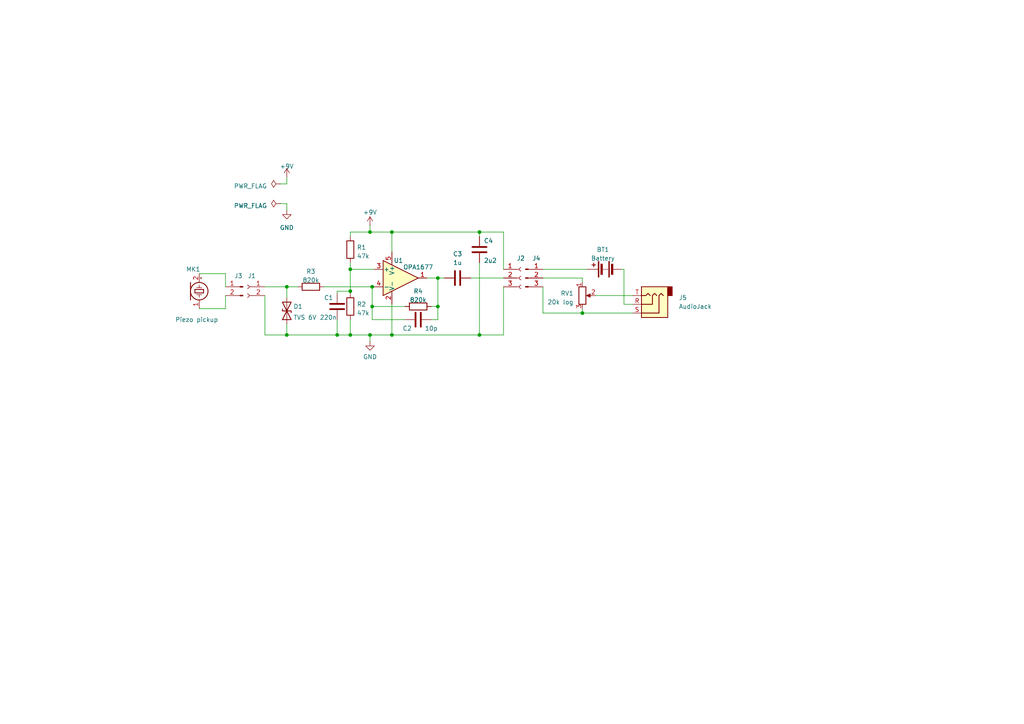
<source format=kicad_sch>
(kicad_sch (version 20230121) (generator eeschema)

  (uuid 8979b6e2-98c0-4e59-98fd-eb8fca94e0a5)

  (paper "A4")

  (title_block
    (title "Piezo-pickup impedance converter")
    (date "2023-11-08")
    (company "Thiadmer Riemersma")
  )

  (lib_symbols
    (symbol "Amplifier_Operational:OPA1677DBV" (pin_names (offset 0.127)) (in_bom yes) (on_board yes)
      (property "Reference" "U" (at 0 5.08 0)
        (effects (font (size 1.27 1.27)) (justify left))
      )
      (property "Value" "OPA1677" (at 0 -5.08 0)
        (effects (font (size 1.27 1.27)) (justify left))
      )
      (property "Footprint" "Package_TO_SOT_SMD:SOT-23-5" (at 0 0 0)
        (effects (font (size 1.27 1.27)) hide)
      )
      (property "Datasheet" "https://www.analog.com/media/en/technical-documentation/data-sheets/AD8603_8607_8609.pdf" (at 0 5.08 0)
        (effects (font (size 1.27 1.27)) hide)
      )
      (property "ki_keywords" "single opamp" (at 0 0 0)
        (effects (font (size 1.27 1.27)) hide)
      )
      (property "ki_description" "Precision Micropower, Low Noise CMOS, Rail-to-Rail Input/Output Operational Amplifier, TSOT-23-5" (at 0 0 0)
        (effects (font (size 1.27 1.27)) hide)
      )
      (property "ki_fp_filters" "SOT*23*" (at 0 0 0)
        (effects (font (size 1.27 1.27)) hide)
      )
      (symbol "OPA1677DBV_0_1"
        (polyline
          (pts
            (xy -5.08 5.08)
            (xy 5.08 0)
            (xy -5.08 -5.08)
            (xy -5.08 5.08)
          )
          (stroke (width 0.254) (type default))
          (fill (type background))
        )
        (pin power_in line (at -2.54 -7.62 90) (length 3.81)
          (name "V-" (effects (font (size 1.27 1.27))))
          (number "2" (effects (font (size 1.27 1.27))))
        )
        (pin power_in line (at -2.54 7.62 270) (length 3.81)
          (name "V+" (effects (font (size 1.27 1.27))))
          (number "5" (effects (font (size 1.27 1.27))))
        )
      )
      (symbol "OPA1677DBV_1_1"
        (pin output line (at 7.62 0 180) (length 2.54)
          (name "~" (effects (font (size 1.27 1.27))))
          (number "1" (effects (font (size 1.27 1.27))))
        )
        (pin input line (at -7.62 2.54 0) (length 2.54)
          (name "+" (effects (font (size 1.27 1.27))))
          (number "3" (effects (font (size 1.27 1.27))))
        )
        (pin input line (at -7.62 -2.54 0) (length 2.54)
          (name "-" (effects (font (size 1.27 1.27))))
          (number "4" (effects (font (size 1.27 1.27))))
        )
      )
    )
    (symbol "Connector:Conn_01x02_Pin" (pin_names (offset 1.016) hide) (in_bom yes) (on_board yes)
      (property "Reference" "J" (at 0 2.54 0)
        (effects (font (size 1.27 1.27)))
      )
      (property "Value" "Conn_01x02_Pin" (at 0 -5.08 0)
        (effects (font (size 1.27 1.27)))
      )
      (property "Footprint" "" (at 0 0 0)
        (effects (font (size 1.27 1.27)) hide)
      )
      (property "Datasheet" "~" (at 0 0 0)
        (effects (font (size 1.27 1.27)) hide)
      )
      (property "ki_locked" "" (at 0 0 0)
        (effects (font (size 1.27 1.27)))
      )
      (property "ki_keywords" "connector" (at 0 0 0)
        (effects (font (size 1.27 1.27)) hide)
      )
      (property "ki_description" "Generic connector, single row, 01x02, script generated" (at 0 0 0)
        (effects (font (size 1.27 1.27)) hide)
      )
      (property "ki_fp_filters" "Connector*:*_1x??_*" (at 0 0 0)
        (effects (font (size 1.27 1.27)) hide)
      )
      (symbol "Conn_01x02_Pin_1_1"
        (polyline
          (pts
            (xy 1.27 -2.54)
            (xy 0.8636 -2.54)
          )
          (stroke (width 0.1524) (type default))
          (fill (type none))
        )
        (polyline
          (pts
            (xy 1.27 0)
            (xy 0.8636 0)
          )
          (stroke (width 0.1524) (type default))
          (fill (type none))
        )
        (rectangle (start 0.8636 -2.413) (end 0 -2.667)
          (stroke (width 0.1524) (type default))
          (fill (type outline))
        )
        (rectangle (start 0.8636 0.127) (end 0 -0.127)
          (stroke (width 0.1524) (type default))
          (fill (type outline))
        )
        (pin passive line (at 5.08 0 180) (length 3.81)
          (name "Pin_1" (effects (font (size 1.27 1.27))))
          (number "1" (effects (font (size 1.27 1.27))))
        )
        (pin passive line (at 5.08 -2.54 180) (length 3.81)
          (name "Pin_2" (effects (font (size 1.27 1.27))))
          (number "2" (effects (font (size 1.27 1.27))))
        )
      )
    )
    (symbol "Connector:Conn_01x02_Socket" (pin_names (offset 1.016) hide) (in_bom yes) (on_board yes)
      (property "Reference" "J" (at 0 2.54 0)
        (effects (font (size 1.27 1.27)))
      )
      (property "Value" "Conn_01x02_Socket" (at 0 -5.08 0)
        (effects (font (size 1.27 1.27)))
      )
      (property "Footprint" "" (at 0 0 0)
        (effects (font (size 1.27 1.27)) hide)
      )
      (property "Datasheet" "~" (at 0 0 0)
        (effects (font (size 1.27 1.27)) hide)
      )
      (property "ki_locked" "" (at 0 0 0)
        (effects (font (size 1.27 1.27)))
      )
      (property "ki_keywords" "connector" (at 0 0 0)
        (effects (font (size 1.27 1.27)) hide)
      )
      (property "ki_description" "Generic connector, single row, 01x02, script generated" (at 0 0 0)
        (effects (font (size 1.27 1.27)) hide)
      )
      (property "ki_fp_filters" "Connector*:*_1x??_*" (at 0 0 0)
        (effects (font (size 1.27 1.27)) hide)
      )
      (symbol "Conn_01x02_Socket_1_1"
        (arc (start 0 -2.032) (mid -0.5058 -2.54) (end 0 -3.048)
          (stroke (width 0.1524) (type default))
          (fill (type none))
        )
        (polyline
          (pts
            (xy -1.27 -2.54)
            (xy -0.508 -2.54)
          )
          (stroke (width 0.1524) (type default))
          (fill (type none))
        )
        (polyline
          (pts
            (xy -1.27 0)
            (xy -0.508 0)
          )
          (stroke (width 0.1524) (type default))
          (fill (type none))
        )
        (arc (start 0 0.508) (mid -0.5058 0) (end 0 -0.508)
          (stroke (width 0.1524) (type default))
          (fill (type none))
        )
        (pin passive line (at -5.08 0 0) (length 3.81)
          (name "Pin_1" (effects (font (size 1.27 1.27))))
          (number "1" (effects (font (size 1.27 1.27))))
        )
        (pin passive line (at -5.08 -2.54 0) (length 3.81)
          (name "Pin_2" (effects (font (size 1.27 1.27))))
          (number "2" (effects (font (size 1.27 1.27))))
        )
      )
    )
    (symbol "Connector:Conn_01x03_Pin" (pin_names (offset 1.016) hide) (in_bom yes) (on_board yes)
      (property "Reference" "J" (at 0 5.08 0)
        (effects (font (size 1.27 1.27)))
      )
      (property "Value" "Conn_01x03_Pin" (at 0 -5.08 0)
        (effects (font (size 1.27 1.27)))
      )
      (property "Footprint" "" (at 0 0 0)
        (effects (font (size 1.27 1.27)) hide)
      )
      (property "Datasheet" "~" (at 0 0 0)
        (effects (font (size 1.27 1.27)) hide)
      )
      (property "ki_locked" "" (at 0 0 0)
        (effects (font (size 1.27 1.27)))
      )
      (property "ki_keywords" "connector" (at 0 0 0)
        (effects (font (size 1.27 1.27)) hide)
      )
      (property "ki_description" "Generic connector, single row, 01x03, script generated" (at 0 0 0)
        (effects (font (size 1.27 1.27)) hide)
      )
      (property "ki_fp_filters" "Connector*:*_1x??_*" (at 0 0 0)
        (effects (font (size 1.27 1.27)) hide)
      )
      (symbol "Conn_01x03_Pin_1_1"
        (polyline
          (pts
            (xy 1.27 -2.54)
            (xy 0.8636 -2.54)
          )
          (stroke (width 0.1524) (type default))
          (fill (type none))
        )
        (polyline
          (pts
            (xy 1.27 0)
            (xy 0.8636 0)
          )
          (stroke (width 0.1524) (type default))
          (fill (type none))
        )
        (polyline
          (pts
            (xy 1.27 2.54)
            (xy 0.8636 2.54)
          )
          (stroke (width 0.1524) (type default))
          (fill (type none))
        )
        (rectangle (start 0.8636 -2.413) (end 0 -2.667)
          (stroke (width 0.1524) (type default))
          (fill (type outline))
        )
        (rectangle (start 0.8636 0.127) (end 0 -0.127)
          (stroke (width 0.1524) (type default))
          (fill (type outline))
        )
        (rectangle (start 0.8636 2.667) (end 0 2.413)
          (stroke (width 0.1524) (type default))
          (fill (type outline))
        )
        (pin passive line (at 5.08 2.54 180) (length 3.81)
          (name "Pin_1" (effects (font (size 1.27 1.27))))
          (number "1" (effects (font (size 1.27 1.27))))
        )
        (pin passive line (at 5.08 0 180) (length 3.81)
          (name "Pin_2" (effects (font (size 1.27 1.27))))
          (number "2" (effects (font (size 1.27 1.27))))
        )
        (pin passive line (at 5.08 -2.54 180) (length 3.81)
          (name "Pin_3" (effects (font (size 1.27 1.27))))
          (number "3" (effects (font (size 1.27 1.27))))
        )
      )
    )
    (symbol "Connector:Conn_01x03_Socket" (pin_names (offset 1.016) hide) (in_bom yes) (on_board yes)
      (property "Reference" "J" (at 0 5.08 0)
        (effects (font (size 1.27 1.27)))
      )
      (property "Value" "Conn_01x03_Socket" (at 0 -5.08 0)
        (effects (font (size 1.27 1.27)))
      )
      (property "Footprint" "" (at 0 0 0)
        (effects (font (size 1.27 1.27)) hide)
      )
      (property "Datasheet" "~" (at 0 0 0)
        (effects (font (size 1.27 1.27)) hide)
      )
      (property "ki_locked" "" (at 0 0 0)
        (effects (font (size 1.27 1.27)))
      )
      (property "ki_keywords" "connector" (at 0 0 0)
        (effects (font (size 1.27 1.27)) hide)
      )
      (property "ki_description" "Generic connector, single row, 01x03, script generated" (at 0 0 0)
        (effects (font (size 1.27 1.27)) hide)
      )
      (property "ki_fp_filters" "Connector*:*_1x??_*" (at 0 0 0)
        (effects (font (size 1.27 1.27)) hide)
      )
      (symbol "Conn_01x03_Socket_1_1"
        (arc (start 0 -2.032) (mid -0.5058 -2.54) (end 0 -3.048)
          (stroke (width 0.1524) (type default))
          (fill (type none))
        )
        (polyline
          (pts
            (xy -1.27 -2.54)
            (xy -0.508 -2.54)
          )
          (stroke (width 0.1524) (type default))
          (fill (type none))
        )
        (polyline
          (pts
            (xy -1.27 0)
            (xy -0.508 0)
          )
          (stroke (width 0.1524) (type default))
          (fill (type none))
        )
        (polyline
          (pts
            (xy -1.27 2.54)
            (xy -0.508 2.54)
          )
          (stroke (width 0.1524) (type default))
          (fill (type none))
        )
        (arc (start 0 0.508) (mid -0.5058 0) (end 0 -0.508)
          (stroke (width 0.1524) (type default))
          (fill (type none))
        )
        (arc (start 0 3.048) (mid -0.5058 2.54) (end 0 2.032)
          (stroke (width 0.1524) (type default))
          (fill (type none))
        )
        (pin passive line (at -5.08 2.54 0) (length 3.81)
          (name "Pin_1" (effects (font (size 1.27 1.27))))
          (number "1" (effects (font (size 1.27 1.27))))
        )
        (pin passive line (at -5.08 0 0) (length 3.81)
          (name "Pin_2" (effects (font (size 1.27 1.27))))
          (number "2" (effects (font (size 1.27 1.27))))
        )
        (pin passive line (at -5.08 -2.54 0) (length 3.81)
          (name "Pin_3" (effects (font (size 1.27 1.27))))
          (number "3" (effects (font (size 1.27 1.27))))
        )
      )
    )
    (symbol "Connector_Audio:AudioJack3" (in_bom yes) (on_board yes)
      (property "Reference" "J" (at 0 8.89 0)
        (effects (font (size 1.27 1.27)))
      )
      (property "Value" "AudioJack3" (at 0 6.35 0)
        (effects (font (size 1.27 1.27)))
      )
      (property "Footprint" "" (at 0 0 0)
        (effects (font (size 1.27 1.27)) hide)
      )
      (property "Datasheet" "~" (at 0 0 0)
        (effects (font (size 1.27 1.27)) hide)
      )
      (property "ki_keywords" "audio jack receptacle stereo headphones phones TRS connector" (at 0 0 0)
        (effects (font (size 1.27 1.27)) hide)
      )
      (property "ki_description" "Audio Jack, 3 Poles (Stereo / TRS)" (at 0 0 0)
        (effects (font (size 1.27 1.27)) hide)
      )
      (property "ki_fp_filters" "Jack*" (at 0 0 0)
        (effects (font (size 1.27 1.27)) hide)
      )
      (symbol "AudioJack3_0_1"
        (rectangle (start -5.08 -5.08) (end -6.35 -2.54)
          (stroke (width 0.254) (type default))
          (fill (type outline))
        )
        (polyline
          (pts
            (xy 0 -2.54)
            (xy 0.635 -3.175)
            (xy 1.27 -2.54)
            (xy 2.54 -2.54)
          )
          (stroke (width 0.254) (type default))
          (fill (type none))
        )
        (polyline
          (pts
            (xy -1.905 -2.54)
            (xy -1.27 -3.175)
            (xy -0.635 -2.54)
            (xy -0.635 0)
            (xy 2.54 0)
          )
          (stroke (width 0.254) (type default))
          (fill (type none))
        )
        (polyline
          (pts
            (xy 2.54 2.54)
            (xy -2.54 2.54)
            (xy -2.54 -2.54)
            (xy -3.175 -3.175)
            (xy -3.81 -2.54)
          )
          (stroke (width 0.254) (type default))
          (fill (type none))
        )
        (rectangle (start 2.54 3.81) (end -5.08 -5.08)
          (stroke (width 0.254) (type default))
          (fill (type background))
        )
      )
      (symbol "AudioJack3_1_1"
        (pin passive line (at 5.08 0 180) (length 2.54)
          (name "~" (effects (font (size 1.27 1.27))))
          (number "R" (effects (font (size 1.27 1.27))))
        )
        (pin passive line (at 5.08 2.54 180) (length 2.54)
          (name "~" (effects (font (size 1.27 1.27))))
          (number "S" (effects (font (size 1.27 1.27))))
        )
        (pin passive line (at 5.08 -2.54 180) (length 2.54)
          (name "~" (effects (font (size 1.27 1.27))))
          (number "T" (effects (font (size 1.27 1.27))))
        )
      )
    )
    (symbol "Device:Battery" (pin_numbers hide) (pin_names (offset 0) hide) (in_bom yes) (on_board yes)
      (property "Reference" "BT" (at 2.54 2.54 0)
        (effects (font (size 1.27 1.27)) (justify left))
      )
      (property "Value" "Battery" (at 2.54 0 0)
        (effects (font (size 1.27 1.27)) (justify left))
      )
      (property "Footprint" "" (at 0 1.524 90)
        (effects (font (size 1.27 1.27)) hide)
      )
      (property "Datasheet" "~" (at 0 1.524 90)
        (effects (font (size 1.27 1.27)) hide)
      )
      (property "ki_keywords" "batt voltage-source cell" (at 0 0 0)
        (effects (font (size 1.27 1.27)) hide)
      )
      (property "ki_description" "Multiple-cell battery" (at 0 0 0)
        (effects (font (size 1.27 1.27)) hide)
      )
      (symbol "Battery_0_1"
        (rectangle (start -2.286 -1.27) (end 2.286 -1.524)
          (stroke (width 0) (type default))
          (fill (type outline))
        )
        (rectangle (start -2.286 1.778) (end 2.286 1.524)
          (stroke (width 0) (type default))
          (fill (type outline))
        )
        (rectangle (start -1.524 -2.032) (end 1.524 -2.54)
          (stroke (width 0) (type default))
          (fill (type outline))
        )
        (rectangle (start -1.524 1.016) (end 1.524 0.508)
          (stroke (width 0) (type default))
          (fill (type outline))
        )
        (polyline
          (pts
            (xy 0 -1.016)
            (xy 0 -0.762)
          )
          (stroke (width 0) (type default))
          (fill (type none))
        )
        (polyline
          (pts
            (xy 0 -0.508)
            (xy 0 -0.254)
          )
          (stroke (width 0) (type default))
          (fill (type none))
        )
        (polyline
          (pts
            (xy 0 0)
            (xy 0 0.254)
          )
          (stroke (width 0) (type default))
          (fill (type none))
        )
        (polyline
          (pts
            (xy 0 1.778)
            (xy 0 2.54)
          )
          (stroke (width 0) (type default))
          (fill (type none))
        )
        (polyline
          (pts
            (xy 0.762 3.048)
            (xy 1.778 3.048)
          )
          (stroke (width 0.254) (type default))
          (fill (type none))
        )
        (polyline
          (pts
            (xy 1.27 3.556)
            (xy 1.27 2.54)
          )
          (stroke (width 0.254) (type default))
          (fill (type none))
        )
      )
      (symbol "Battery_1_1"
        (pin passive line (at 0 5.08 270) (length 2.54)
          (name "+" (effects (font (size 1.27 1.27))))
          (number "1" (effects (font (size 1.27 1.27))))
        )
        (pin passive line (at 0 -5.08 90) (length 2.54)
          (name "-" (effects (font (size 1.27 1.27))))
          (number "2" (effects (font (size 1.27 1.27))))
        )
      )
    )
    (symbol "Device:C" (pin_numbers hide) (pin_names (offset 0.254)) (in_bom yes) (on_board yes)
      (property "Reference" "C" (at 0.635 2.54 0)
        (effects (font (size 1.27 1.27)) (justify left))
      )
      (property "Value" "C" (at 0.635 -2.54 0)
        (effects (font (size 1.27 1.27)) (justify left))
      )
      (property "Footprint" "" (at 0.9652 -3.81 0)
        (effects (font (size 1.27 1.27)) hide)
      )
      (property "Datasheet" "~" (at 0 0 0)
        (effects (font (size 1.27 1.27)) hide)
      )
      (property "ki_keywords" "cap capacitor" (at 0 0 0)
        (effects (font (size 1.27 1.27)) hide)
      )
      (property "ki_description" "Unpolarized capacitor" (at 0 0 0)
        (effects (font (size 1.27 1.27)) hide)
      )
      (property "ki_fp_filters" "C_*" (at 0 0 0)
        (effects (font (size 1.27 1.27)) hide)
      )
      (symbol "C_0_1"
        (polyline
          (pts
            (xy -2.032 -0.762)
            (xy 2.032 -0.762)
          )
          (stroke (width 0.508) (type default))
          (fill (type none))
        )
        (polyline
          (pts
            (xy -2.032 0.762)
            (xy 2.032 0.762)
          )
          (stroke (width 0.508) (type default))
          (fill (type none))
        )
      )
      (symbol "C_1_1"
        (pin passive line (at 0 3.81 270) (length 2.794)
          (name "~" (effects (font (size 1.27 1.27))))
          (number "1" (effects (font (size 1.27 1.27))))
        )
        (pin passive line (at 0 -3.81 90) (length 2.794)
          (name "~" (effects (font (size 1.27 1.27))))
          (number "2" (effects (font (size 1.27 1.27))))
        )
      )
    )
    (symbol "Device:D_TVS" (pin_numbers hide) (pin_names (offset 1.016) hide) (in_bom yes) (on_board yes)
      (property "Reference" "D" (at 0 2.54 0)
        (effects (font (size 1.27 1.27)))
      )
      (property "Value" "D_TVS" (at 0 -2.54 0)
        (effects (font (size 1.27 1.27)))
      )
      (property "Footprint" "" (at 0 0 0)
        (effects (font (size 1.27 1.27)) hide)
      )
      (property "Datasheet" "~" (at 0 0 0)
        (effects (font (size 1.27 1.27)) hide)
      )
      (property "ki_keywords" "diode TVS thyrector" (at 0 0 0)
        (effects (font (size 1.27 1.27)) hide)
      )
      (property "ki_description" "Bidirectional transient-voltage-suppression diode" (at 0 0 0)
        (effects (font (size 1.27 1.27)) hide)
      )
      (property "ki_fp_filters" "TO-???* *_Diode_* *SingleDiode* D_*" (at 0 0 0)
        (effects (font (size 1.27 1.27)) hide)
      )
      (symbol "D_TVS_0_1"
        (polyline
          (pts
            (xy 1.27 0)
            (xy -1.27 0)
          )
          (stroke (width 0) (type default))
          (fill (type none))
        )
        (polyline
          (pts
            (xy 0.508 1.27)
            (xy 0 1.27)
            (xy 0 -1.27)
            (xy -0.508 -1.27)
          )
          (stroke (width 0.254) (type default))
          (fill (type none))
        )
        (polyline
          (pts
            (xy -2.54 1.27)
            (xy -2.54 -1.27)
            (xy 2.54 1.27)
            (xy 2.54 -1.27)
            (xy -2.54 1.27)
          )
          (stroke (width 0.254) (type default))
          (fill (type none))
        )
      )
      (symbol "D_TVS_1_1"
        (pin passive line (at -3.81 0 0) (length 2.54)
          (name "A1" (effects (font (size 1.27 1.27))))
          (number "1" (effects (font (size 1.27 1.27))))
        )
        (pin passive line (at 3.81 0 180) (length 2.54)
          (name "A2" (effects (font (size 1.27 1.27))))
          (number "2" (effects (font (size 1.27 1.27))))
        )
      )
    )
    (symbol "Device:Microphone_Crystal" (pin_names (offset 0.0254) hide) (in_bom yes) (on_board yes)
      (property "Reference" "MK" (at -3.81 1.143 0)
        (effects (font (size 1.27 1.27)) (justify right))
      )
      (property "Value" "Microphone_Crystal" (at -3.81 -0.762 0)
        (effects (font (size 1.27 1.27)) (justify right))
      )
      (property "Footprint" "" (at 1.27 -1.778 90)
        (effects (font (size 1.27 1.27)) (justify left) hide)
      )
      (property "Datasheet" "~" (at 0 2.54 90)
        (effects (font (size 1.27 1.27)) hide)
      )
      (property "ki_keywords" "microphone crystal" (at 0 0 0)
        (effects (font (size 1.27 1.27)) hide)
      )
      (property "ki_description" "Crystal microphone" (at 0 0 0)
        (effects (font (size 1.27 1.27)) hide)
      )
      (symbol "Microphone_Crystal_0_1"
        (rectangle (start -1.27 0.508) (end 1.27 -0.508)
          (stroke (width 0.254) (type default))
          (fill (type none))
        )
        (polyline
          (pts
            (xy -2.54 2.54)
            (xy -2.54 -2.54)
          )
          (stroke (width 0.254) (type default))
          (fill (type none))
        )
        (polyline
          (pts
            (xy -0.762 -1.016)
            (xy 0.762 -1.016)
          )
          (stroke (width 0) (type default))
          (fill (type none))
        )
        (polyline
          (pts
            (xy -0.762 1.016)
            (xy 0.762 1.016)
          )
          (stroke (width 0) (type default))
          (fill (type none))
        )
        (polyline
          (pts
            (xy 0 -1.016)
            (xy 0 -1.778)
          )
          (stroke (width 0) (type default))
          (fill (type none))
        )
        (polyline
          (pts
            (xy 0 1.016)
            (xy 0 1.778)
          )
          (stroke (width 0) (type default))
          (fill (type none))
        )
        (polyline
          (pts
            (xy 0.254 3.81)
            (xy 0.762 3.81)
          )
          (stroke (width 0) (type default))
          (fill (type none))
        )
        (polyline
          (pts
            (xy 0.508 4.064)
            (xy 0.508 3.556)
          )
          (stroke (width 0) (type default))
          (fill (type none))
        )
        (circle (center 0 0) (radius 2.54)
          (stroke (width 0.254) (type default))
          (fill (type none))
        )
      )
      (symbol "Microphone_Crystal_1_1"
        (pin passive line (at 0 -5.08 90) (length 2.54)
          (name "-" (effects (font (size 1.27 1.27))))
          (number "1" (effects (font (size 1.27 1.27))))
        )
        (pin passive line (at 0 5.08 270) (length 2.54)
          (name "+" (effects (font (size 1.27 1.27))))
          (number "2" (effects (font (size 1.27 1.27))))
        )
      )
    )
    (symbol "Device:R" (pin_numbers hide) (pin_names (offset 0)) (in_bom yes) (on_board yes)
      (property "Reference" "R" (at 2.032 0 90)
        (effects (font (size 1.27 1.27)))
      )
      (property "Value" "R" (at 0 0 90)
        (effects (font (size 1.27 1.27)))
      )
      (property "Footprint" "" (at -1.778 0 90)
        (effects (font (size 1.27 1.27)) hide)
      )
      (property "Datasheet" "~" (at 0 0 0)
        (effects (font (size 1.27 1.27)) hide)
      )
      (property "ki_keywords" "R res resistor" (at 0 0 0)
        (effects (font (size 1.27 1.27)) hide)
      )
      (property "ki_description" "Resistor" (at 0 0 0)
        (effects (font (size 1.27 1.27)) hide)
      )
      (property "ki_fp_filters" "R_*" (at 0 0 0)
        (effects (font (size 1.27 1.27)) hide)
      )
      (symbol "R_0_1"
        (rectangle (start -1.016 -2.54) (end 1.016 2.54)
          (stroke (width 0.254) (type default))
          (fill (type none))
        )
      )
      (symbol "R_1_1"
        (pin passive line (at 0 3.81 270) (length 1.27)
          (name "~" (effects (font (size 1.27 1.27))))
          (number "1" (effects (font (size 1.27 1.27))))
        )
        (pin passive line (at 0 -3.81 90) (length 1.27)
          (name "~" (effects (font (size 1.27 1.27))))
          (number "2" (effects (font (size 1.27 1.27))))
        )
      )
    )
    (symbol "Device:R_Potentiometer" (pin_names (offset 1.016) hide) (in_bom yes) (on_board yes)
      (property "Reference" "RV" (at -4.445 0 90)
        (effects (font (size 1.27 1.27)))
      )
      (property "Value" "R_Potentiometer" (at -2.54 0 90)
        (effects (font (size 1.27 1.27)))
      )
      (property "Footprint" "" (at 0 0 0)
        (effects (font (size 1.27 1.27)) hide)
      )
      (property "Datasheet" "~" (at 0 0 0)
        (effects (font (size 1.27 1.27)) hide)
      )
      (property "ki_keywords" "resistor variable" (at 0 0 0)
        (effects (font (size 1.27 1.27)) hide)
      )
      (property "ki_description" "Potentiometer" (at 0 0 0)
        (effects (font (size 1.27 1.27)) hide)
      )
      (property "ki_fp_filters" "Potentiometer*" (at 0 0 0)
        (effects (font (size 1.27 1.27)) hide)
      )
      (symbol "R_Potentiometer_0_1"
        (polyline
          (pts
            (xy 2.54 0)
            (xy 1.524 0)
          )
          (stroke (width 0) (type default))
          (fill (type none))
        )
        (polyline
          (pts
            (xy 1.143 0)
            (xy 2.286 0.508)
            (xy 2.286 -0.508)
            (xy 1.143 0)
          )
          (stroke (width 0) (type default))
          (fill (type outline))
        )
        (rectangle (start 1.016 2.54) (end -1.016 -2.54)
          (stroke (width 0.254) (type default))
          (fill (type none))
        )
      )
      (symbol "R_Potentiometer_1_1"
        (pin passive line (at 0 3.81 270) (length 1.27)
          (name "1" (effects (font (size 1.27 1.27))))
          (number "1" (effects (font (size 1.27 1.27))))
        )
        (pin passive line (at 3.81 0 180) (length 1.27)
          (name "2" (effects (font (size 1.27 1.27))))
          (number "2" (effects (font (size 1.27 1.27))))
        )
        (pin passive line (at 0 -3.81 90) (length 1.27)
          (name "3" (effects (font (size 1.27 1.27))))
          (number "3" (effects (font (size 1.27 1.27))))
        )
      )
    )
    (symbol "power:+9V" (power) (pin_names (offset 0)) (in_bom yes) (on_board yes)
      (property "Reference" "#PWR" (at 0 -3.81 0)
        (effects (font (size 1.27 1.27)) hide)
      )
      (property "Value" "+9V" (at 0 3.556 0)
        (effects (font (size 1.27 1.27)))
      )
      (property "Footprint" "" (at 0 0 0)
        (effects (font (size 1.27 1.27)) hide)
      )
      (property "Datasheet" "" (at 0 0 0)
        (effects (font (size 1.27 1.27)) hide)
      )
      (property "ki_keywords" "global power" (at 0 0 0)
        (effects (font (size 1.27 1.27)) hide)
      )
      (property "ki_description" "Power symbol creates a global label with name \"+9V\"" (at 0 0 0)
        (effects (font (size 1.27 1.27)) hide)
      )
      (symbol "+9V_0_1"
        (polyline
          (pts
            (xy -0.762 1.27)
            (xy 0 2.54)
          )
          (stroke (width 0) (type default))
          (fill (type none))
        )
        (polyline
          (pts
            (xy 0 0)
            (xy 0 2.54)
          )
          (stroke (width 0) (type default))
          (fill (type none))
        )
        (polyline
          (pts
            (xy 0 2.54)
            (xy 0.762 1.27)
          )
          (stroke (width 0) (type default))
          (fill (type none))
        )
      )
      (symbol "+9V_1_1"
        (pin power_in line (at 0 0 90) (length 0) hide
          (name "+9V" (effects (font (size 1.27 1.27))))
          (number "1" (effects (font (size 1.27 1.27))))
        )
      )
    )
    (symbol "power:GND" (power) (pin_names (offset 0)) (in_bom yes) (on_board yes)
      (property "Reference" "#PWR" (at 0 -6.35 0)
        (effects (font (size 1.27 1.27)) hide)
      )
      (property "Value" "GND" (at 0 -3.81 0)
        (effects (font (size 1.27 1.27)))
      )
      (property "Footprint" "" (at 0 0 0)
        (effects (font (size 1.27 1.27)) hide)
      )
      (property "Datasheet" "" (at 0 0 0)
        (effects (font (size 1.27 1.27)) hide)
      )
      (property "ki_keywords" "global power" (at 0 0 0)
        (effects (font (size 1.27 1.27)) hide)
      )
      (property "ki_description" "Power symbol creates a global label with name \"GND\" , ground" (at 0 0 0)
        (effects (font (size 1.27 1.27)) hide)
      )
      (symbol "GND_0_1"
        (polyline
          (pts
            (xy 0 0)
            (xy 0 -1.27)
            (xy 1.27 -1.27)
            (xy 0 -2.54)
            (xy -1.27 -1.27)
            (xy 0 -1.27)
          )
          (stroke (width 0) (type default))
          (fill (type none))
        )
      )
      (symbol "GND_1_1"
        (pin power_in line (at 0 0 270) (length 0) hide
          (name "GND" (effects (font (size 1.27 1.27))))
          (number "1" (effects (font (size 1.27 1.27))))
        )
      )
    )
    (symbol "power:PWR_FLAG" (power) (pin_numbers hide) (pin_names (offset 0) hide) (in_bom yes) (on_board yes)
      (property "Reference" "#FLG" (at 0 1.905 0)
        (effects (font (size 1.27 1.27)) hide)
      )
      (property "Value" "PWR_FLAG" (at 0 3.81 0)
        (effects (font (size 1.27 1.27)))
      )
      (property "Footprint" "" (at 0 0 0)
        (effects (font (size 1.27 1.27)) hide)
      )
      (property "Datasheet" "~" (at 0 0 0)
        (effects (font (size 1.27 1.27)) hide)
      )
      (property "ki_keywords" "flag power" (at 0 0 0)
        (effects (font (size 1.27 1.27)) hide)
      )
      (property "ki_description" "Special symbol for telling ERC where power comes from" (at 0 0 0)
        (effects (font (size 1.27 1.27)) hide)
      )
      (symbol "PWR_FLAG_0_0"
        (pin power_out line (at 0 0 90) (length 0)
          (name "pwr" (effects (font (size 1.27 1.27))))
          (number "1" (effects (font (size 1.27 1.27))))
        )
      )
      (symbol "PWR_FLAG_0_1"
        (polyline
          (pts
            (xy 0 0)
            (xy 0 1.27)
            (xy -1.016 1.905)
            (xy 0 2.54)
            (xy 1.016 1.905)
            (xy 0 1.27)
          )
          (stroke (width 0) (type default))
          (fill (type none))
        )
      )
    )
  )

  (junction (at 83.185 83.185) (diameter 0) (color 0 0 0 0)
    (uuid 145b02e8-dffa-495e-93ef-15e8c2788171)
  )
  (junction (at 107.95 88.9) (diameter 0) (color 0 0 0 0)
    (uuid 25fc0de0-c787-455f-9713-4f448fb299b4)
  )
  (junction (at 113.665 97.155) (diameter 0) (color 0 0 0 0)
    (uuid 39e20208-51bd-4a91-932c-7c2803414f26)
  )
  (junction (at 139.065 97.155) (diameter 0) (color 0 0 0 0)
    (uuid 4beccc6a-7f4a-4952-925a-fdc82422402b)
  )
  (junction (at 139.065 67.31) (diameter 0) (color 0 0 0 0)
    (uuid 52e2bf79-cafd-4d1e-aad8-81ac15782bf3)
  )
  (junction (at 107.315 67.31) (diameter 0) (color 0 0 0 0)
    (uuid 53ddfc9e-5c42-4fde-8d35-bfccef493d56)
  )
  (junction (at 97.79 97.155) (diameter 0) (color 0 0 0 0)
    (uuid 61cbf9af-08d3-48e7-aba6-049025d31d4f)
  )
  (junction (at 101.6 84.455) (diameter 0) (color 0 0 0 0)
    (uuid 6a593c8d-453a-405b-b7b9-7abe9ae36613)
  )
  (junction (at 168.91 90.805) (diameter 0) (color 0 0 0 0)
    (uuid 6cf0ec70-bed2-45e3-9952-800da858930f)
  )
  (junction (at 113.665 67.31) (diameter 0) (color 0 0 0 0)
    (uuid 74e6a960-2a17-47d0-bf0a-51f2d1c6235e)
  )
  (junction (at 127 88.9) (diameter 0) (color 0 0 0 0)
    (uuid 9038d197-5b2f-44e3-8db4-f5cd0b83ef95)
  )
  (junction (at 101.6 78.105) (diameter 0) (color 0 0 0 0)
    (uuid 9fd82cd4-f60a-4df6-93b8-1f6b20c5a8aa)
  )
  (junction (at 107.315 97.155) (diameter 0) (color 0 0 0 0)
    (uuid b560b001-6da7-4da0-b43d-afdbc4a1f166)
  )
  (junction (at 101.6 97.155) (diameter 0) (color 0 0 0 0)
    (uuid bb7011a4-b99f-4fe5-9c18-b07e54b545ee)
  )
  (junction (at 127 80.645) (diameter 0) (color 0 0 0 0)
    (uuid ca0a75bc-4ee7-4edd-bb18-aeb0304031b7)
  )
  (junction (at 107.95 83.185) (diameter 0) (color 0 0 0 0)
    (uuid d4c4ad7c-0b31-4da8-89ad-c98715ce342f)
  )
  (junction (at 83.185 97.155) (diameter 0) (color 0 0 0 0)
    (uuid f7ffac61-9c25-4e69-b130-ebf8a9673d93)
  )

  (wire (pts (xy 168.91 80.645) (xy 168.91 81.915))
    (stroke (width 0) (type default))
    (uuid 08eadc56-d173-4ee3-a5b2-1fccc559cea9)
  )
  (wire (pts (xy 180.975 88.265) (xy 180.975 78.105))
    (stroke (width 0) (type default))
    (uuid 0ab46a37-4dac-48b0-a180-6193d498bc50)
  )
  (wire (pts (xy 113.665 97.155) (xy 107.315 97.155))
    (stroke (width 0) (type default))
    (uuid 0cf619cb-83fb-455a-bc87-e901d030205d)
  )
  (wire (pts (xy 83.185 53.34) (xy 81.28 53.34))
    (stroke (width 0) (type default))
    (uuid 17e73c3b-86ec-4be3-912c-001823f8d4e5)
  )
  (wire (pts (xy 107.315 97.155) (xy 107.315 99.06))
    (stroke (width 0) (type default))
    (uuid 1f661f83-b8b1-43f5-be0b-86af4f3bac1d)
  )
  (wire (pts (xy 101.6 68.58) (xy 101.6 67.31))
    (stroke (width 0) (type default))
    (uuid 1fbdb910-de4d-4da8-8e27-1c92e472a8a4)
  )
  (wire (pts (xy 97.79 84.455) (xy 101.6 84.455))
    (stroke (width 0) (type default))
    (uuid 24ab118f-62b0-408f-8cc2-edfd5c788922)
  )
  (wire (pts (xy 157.48 78.105) (xy 170.18 78.105))
    (stroke (width 0) (type default))
    (uuid 280e9636-e211-4eb5-8b39-eeedb9ad1aed)
  )
  (wire (pts (xy 97.79 92.71) (xy 97.79 97.155))
    (stroke (width 0) (type default))
    (uuid 2960bb87-a3b1-4f57-948f-d59960e7056d)
  )
  (wire (pts (xy 172.72 85.725) (xy 183.515 85.725))
    (stroke (width 0) (type default))
    (uuid 29f6d668-1418-4ee5-ad14-9cbcdb23bfee)
  )
  (wire (pts (xy 117.475 92.71) (xy 107.95 92.71))
    (stroke (width 0) (type default))
    (uuid 2c702160-2768-4654-a502-e7c1ecff362f)
  )
  (wire (pts (xy 107.95 83.185) (xy 108.585 83.185))
    (stroke (width 0) (type default))
    (uuid 2f11c8b9-d5f6-4507-b8ed-bc6135a255b5)
  )
  (wire (pts (xy 117.475 88.9) (xy 107.95 88.9))
    (stroke (width 0) (type default))
    (uuid 3344ded9-aa1d-4cd1-b3d5-56b92e4dbc93)
  )
  (wire (pts (xy 101.6 78.105) (xy 101.6 76.2))
    (stroke (width 0) (type default))
    (uuid 34ac0f10-a2a1-4023-85d4-6d66a719dbf3)
  )
  (wire (pts (xy 123.825 80.645) (xy 127 80.645))
    (stroke (width 0) (type default))
    (uuid 36425b6b-a13e-49af-9eab-92c3cff9b356)
  )
  (wire (pts (xy 83.185 60.96) (xy 83.185 59.055))
    (stroke (width 0) (type default))
    (uuid 37af95df-5eb1-4e27-9cb3-e1007806b908)
  )
  (wire (pts (xy 113.665 67.31) (xy 139.065 67.31))
    (stroke (width 0) (type default))
    (uuid 3cad2221-ddf3-4332-8c16-7cf93081fcaa)
  )
  (wire (pts (xy 97.79 85.09) (xy 97.79 84.455))
    (stroke (width 0) (type default))
    (uuid 3fbeb8d9-900f-43fc-be91-57b514ffb612)
  )
  (wire (pts (xy 113.665 97.155) (xy 139.065 97.155))
    (stroke (width 0) (type default))
    (uuid 43c1bfbb-a6b2-4f28-b48f-46fc268e8701)
  )
  (wire (pts (xy 107.315 65.405) (xy 107.315 67.31))
    (stroke (width 0) (type default))
    (uuid 441fc2ce-1679-4d44-abb2-f0232933142c)
  )
  (wire (pts (xy 93.98 83.185) (xy 107.95 83.185))
    (stroke (width 0) (type default))
    (uuid 468de75b-666e-4822-aa05-3d2d2cd31304)
  )
  (wire (pts (xy 183.515 88.265) (xy 180.975 88.265))
    (stroke (width 0) (type default))
    (uuid 48010dbd-43e5-4f2b-970d-719253dd3d06)
  )
  (wire (pts (xy 107.315 67.31) (xy 113.665 67.31))
    (stroke (width 0) (type default))
    (uuid 50cd6ced-f4b9-41d6-b4fa-d1b7b60f420c)
  )
  (wire (pts (xy 125.095 92.71) (xy 127 92.71))
    (stroke (width 0) (type default))
    (uuid 56d3672a-4e5f-4a71-bb0a-f7a4f76534bb)
  )
  (wire (pts (xy 157.48 83.185) (xy 157.48 90.805))
    (stroke (width 0) (type default))
    (uuid 57741552-1f6e-4631-ba4d-3ba9935a0d9d)
  )
  (wire (pts (xy 83.185 59.055) (xy 81.28 59.055))
    (stroke (width 0) (type default))
    (uuid 5cd9f0a1-a5f1-4c41-af6e-b009a7b674e2)
  )
  (wire (pts (xy 127 92.71) (xy 127 88.9))
    (stroke (width 0) (type default))
    (uuid 646a39f1-5362-454d-99f3-3dcee00131a4)
  )
  (wire (pts (xy 139.065 67.31) (xy 139.065 68.58))
    (stroke (width 0) (type default))
    (uuid 6b53185b-0e9c-4796-8c68-b1c1d0fc8742)
  )
  (wire (pts (xy 57.785 79.375) (xy 65.405 79.375))
    (stroke (width 0) (type default))
    (uuid 70fcf430-74f8-460c-8124-2cc6b2f08bf1)
  )
  (wire (pts (xy 76.835 83.185) (xy 83.185 83.185))
    (stroke (width 0) (type default))
    (uuid 74906649-7469-4e18-8ee0-75b97326b6e8)
  )
  (wire (pts (xy 83.185 97.155) (xy 97.79 97.155))
    (stroke (width 0) (type default))
    (uuid 74e3704b-4343-4915-b04c-d6e97a543342)
  )
  (wire (pts (xy 136.525 80.645) (xy 146.05 80.645))
    (stroke (width 0) (type default))
    (uuid 762bb18f-2038-4edd-ba8f-d146f4aa8e92)
  )
  (wire (pts (xy 139.065 97.155) (xy 146.05 97.155))
    (stroke (width 0) (type default))
    (uuid 7c0a06fe-551b-45fa-8b8a-08e0504e8107)
  )
  (wire (pts (xy 108.585 78.105) (xy 101.6 78.105))
    (stroke (width 0) (type default))
    (uuid 7e414fab-530c-4dd1-bc8d-428b6f720b0e)
  )
  (wire (pts (xy 113.665 88.265) (xy 113.665 97.155))
    (stroke (width 0) (type default))
    (uuid 8135c664-e642-4f6e-9905-84e0d2d9d670)
  )
  (wire (pts (xy 113.665 67.31) (xy 113.665 73.025))
    (stroke (width 0) (type default))
    (uuid 903cd399-e6ce-4d1e-b565-efa48a66dfea)
  )
  (wire (pts (xy 83.185 51.435) (xy 83.185 53.34))
    (stroke (width 0) (type default))
    (uuid 904efddf-9fae-499b-bb10-bb03e91f896b)
  )
  (wire (pts (xy 107.95 88.9) (xy 107.95 83.185))
    (stroke (width 0) (type default))
    (uuid 96b9436d-8668-49ba-9f45-924cda295512)
  )
  (wire (pts (xy 168.91 90.805) (xy 168.91 89.535))
    (stroke (width 0) (type default))
    (uuid 96f4beb3-1581-4daf-ba35-7dd985aa86d5)
  )
  (wire (pts (xy 139.065 76.2) (xy 139.065 97.155))
    (stroke (width 0) (type default))
    (uuid 9b341161-e13a-4895-8b53-3a6ea525266e)
  )
  (wire (pts (xy 101.6 67.31) (xy 107.315 67.31))
    (stroke (width 0) (type default))
    (uuid 9bd616b5-b346-433a-9a7c-4c40fe40da3a)
  )
  (wire (pts (xy 65.405 79.375) (xy 65.405 83.185))
    (stroke (width 0) (type default))
    (uuid a0a3a220-220b-4ca4-9a42-1d8772418d07)
  )
  (wire (pts (xy 139.065 67.31) (xy 146.05 67.31))
    (stroke (width 0) (type default))
    (uuid a11f595d-6293-4814-8aa7-44ba98424b2f)
  )
  (wire (pts (xy 101.6 78.105) (xy 101.6 84.455))
    (stroke (width 0) (type default))
    (uuid a6ab3bcc-3607-4ca1-8f31-3c85fcf0f792)
  )
  (wire (pts (xy 107.95 92.71) (xy 107.95 88.9))
    (stroke (width 0) (type default))
    (uuid ba7729f9-9091-4e7d-9604-74f405b1e2dd)
  )
  (wire (pts (xy 83.185 83.185) (xy 86.36 83.185))
    (stroke (width 0) (type default))
    (uuid bcbd9a88-8e7e-4aed-ad56-d3150f6fc799)
  )
  (wire (pts (xy 76.835 97.155) (xy 83.185 97.155))
    (stroke (width 0) (type default))
    (uuid cb4a559d-0086-4960-ac80-8f39a3c13396)
  )
  (wire (pts (xy 127 80.645) (xy 127 88.9))
    (stroke (width 0) (type default))
    (uuid cc091833-224d-4fc5-84e7-0597eb091cdd)
  )
  (wire (pts (xy 107.315 97.155) (xy 101.6 97.155))
    (stroke (width 0) (type default))
    (uuid cf3b443e-0ad6-4ecf-adda-85e37025c7d6)
  )
  (wire (pts (xy 157.48 90.805) (xy 168.91 90.805))
    (stroke (width 0) (type default))
    (uuid d2ef9a3d-9ecf-4e91-971d-823cbc31a4b2)
  )
  (wire (pts (xy 57.785 89.535) (xy 65.405 89.535))
    (stroke (width 0) (type default))
    (uuid d9683f3a-28e4-452c-80f8-02197e6e41d4)
  )
  (wire (pts (xy 127 80.645) (xy 128.905 80.645))
    (stroke (width 0) (type default))
    (uuid dc04a308-45a8-4075-aab3-099ac2da36da)
  )
  (wire (pts (xy 127 88.9) (xy 125.095 88.9))
    (stroke (width 0) (type default))
    (uuid ddeb18bd-2b3f-4526-b633-4031f90fe941)
  )
  (wire (pts (xy 101.6 97.155) (xy 97.79 97.155))
    (stroke (width 0) (type default))
    (uuid df12d417-e6aa-48d4-94f9-e61563c9bc79)
  )
  (wire (pts (xy 183.515 90.805) (xy 168.91 90.805))
    (stroke (width 0) (type default))
    (uuid df79db9f-84fb-444b-8202-9c6770131eab)
  )
  (wire (pts (xy 83.185 83.185) (xy 83.185 86.36))
    (stroke (width 0) (type default))
    (uuid e029e154-3275-4796-9927-3b69145a772c)
  )
  (wire (pts (xy 157.48 80.645) (xy 168.91 80.645))
    (stroke (width 0) (type default))
    (uuid e1211fbc-efc8-42f3-b9a3-3b4135a8c3f6)
  )
  (wire (pts (xy 101.6 84.455) (xy 101.6 85.09))
    (stroke (width 0) (type default))
    (uuid e17d4e21-1a9a-46cc-aece-7349bc95d4d1)
  )
  (wire (pts (xy 65.405 89.535) (xy 65.405 85.725))
    (stroke (width 0) (type default))
    (uuid ee51e59d-3d45-4b65-853e-1aec69bfe0c8)
  )
  (wire (pts (xy 101.6 92.71) (xy 101.6 97.155))
    (stroke (width 0) (type default))
    (uuid ef1f2075-7881-4c96-adf4-86650d787f4c)
  )
  (wire (pts (xy 76.835 85.725) (xy 76.835 97.155))
    (stroke (width 0) (type default))
    (uuid f0f43ea5-7769-4dcc-a9de-d5511734b6d7)
  )
  (wire (pts (xy 180.975 78.105) (xy 180.34 78.105))
    (stroke (width 0) (type default))
    (uuid f34ef3b7-e6b0-4bc5-b28b-b27fcccd4aa8)
  )
  (wire (pts (xy 83.185 93.98) (xy 83.185 97.155))
    (stroke (width 0) (type default))
    (uuid f678fffe-c3cd-40cb-96a0-661bcb98ced6)
  )
  (wire (pts (xy 146.05 83.185) (xy 146.05 97.155))
    (stroke (width 0) (type default))
    (uuid fb3e7e44-c5b1-4006-9113-cf8a3d383925)
  )
  (wire (pts (xy 146.05 67.31) (xy 146.05 78.105))
    (stroke (width 0) (type default))
    (uuid fc8e5869-5614-46cf-8616-00525b475573)
  )

  (symbol (lib_id "Device:C") (at 97.79 88.9 0) (unit 1)
    (in_bom yes) (on_board yes) (dnp no)
    (uuid 00284be7-591a-44a9-bc73-f4dd397704c0)
    (property "Reference" "C1" (at 93.98 86.36 0)
      (effects (font (size 1.27 1.27)) (justify left))
    )
    (property "Value" "220n" (at 92.71 92.075 0)
      (effects (font (size 1.27 1.27)) (justify left))
    )
    (property "Footprint" "VisualPlace:0603" (at 98.7552 92.71 0)
      (effects (font (size 1.27 1.27)) hide)
    )
    (property "Datasheet" "~" (at 97.79 88.9 0)
      (effects (font (size 1.27 1.27)) hide)
    )
    (pin "1" (uuid 7866b66b-9983-49ed-8783-b69170ceb81f))
    (pin "2" (uuid 44d6cf84-18f9-46b0-8bee-ba8535368c2a))
    (instances
      (project "preamp2"
        (path "/8979b6e2-98c0-4e59-98fd-eb8fca94e0a5"
          (reference "C1") (unit 1)
        )
      )
    )
  )

  (symbol (lib_id "Amplifier_Operational:OPA1677DBV") (at 116.205 80.645 0) (unit 1)
    (in_bom yes) (on_board yes) (dnp no)
    (uuid 00d70beb-c72d-44d8-b4ed-09a6ebca1373)
    (property "Reference" "U1" (at 115.57 75.565 0)
      (effects (font (size 1.27 1.27)))
    )
    (property "Value" "OPA1677" (at 121.285 77.47 0)
      (effects (font (size 1.27 1.27)))
    )
    (property "Footprint" "VisualPlace:SOT23-5" (at 116.205 80.645 0)
      (effects (font (size 1.27 1.27)) hide)
    )
    (property "Datasheet" "https://www.analog.com/media/en/technical-documentation/data-sheets/AD8603_8607_8609.pdf" (at 116.205 75.565 0)
      (effects (font (size 1.27 1.27)) hide)
    )
    (pin "2" (uuid 63e6517c-38a7-4485-9ee8-b9cdc75d52b2))
    (pin "5" (uuid f5e11ee1-af98-41ae-b75d-d2504e4085bf))
    (pin "1" (uuid e58b6ef4-8144-4240-bbea-239ae76ef37d))
    (pin "3" (uuid d79bebcf-5bf8-4b2b-8985-7bce6b49a88a))
    (pin "4" (uuid 949d5b97-026a-4dcf-b5ef-fba860280924))
    (instances
      (project "preamp2"
        (path "/8979b6e2-98c0-4e59-98fd-eb8fca94e0a5"
          (reference "U1") (unit 1)
        )
      )
    )
  )

  (symbol (lib_id "power:PWR_FLAG") (at 81.28 53.34 90) (unit 1)
    (in_bom yes) (on_board yes) (dnp no) (fields_autoplaced)
    (uuid 1298d413-f9d2-4afe-8efc-27cff2b7f574)
    (property "Reference" "#FLG01" (at 79.375 53.34 0)
      (effects (font (size 1.27 1.27)) hide)
    )
    (property "Value" "PWR_FLAG" (at 77.47 53.975 90)
      (effects (font (size 1.27 1.27)) (justify left))
    )
    (property "Footprint" "" (at 81.28 53.34 0)
      (effects (font (size 1.27 1.27)) hide)
    )
    (property "Datasheet" "~" (at 81.28 53.34 0)
      (effects (font (size 1.27 1.27)) hide)
    )
    (pin "1" (uuid 0f28b09b-9d23-41e9-b24c-7abb132d8322))
    (instances
      (project "preamp2"
        (path "/8979b6e2-98c0-4e59-98fd-eb8fca94e0a5"
          (reference "#FLG01") (unit 1)
        )
      )
    )
  )

  (symbol (lib_id "Device:R") (at 101.6 72.39 0) (unit 1)
    (in_bom yes) (on_board yes) (dnp no)
    (uuid 18f188c9-7923-4633-9171-5c1d7eff3065)
    (property "Reference" "R1" (at 103.505 71.755 0)
      (effects (font (size 1.27 1.27)) (justify left))
    )
    (property "Value" "47k" (at 103.505 74.295 0)
      (effects (font (size 1.27 1.27)) (justify left))
    )
    (property "Footprint" "VisualPlace:0603" (at 99.822 72.39 90)
      (effects (font (size 1.27 1.27)) hide)
    )
    (property "Datasheet" "~" (at 101.6 72.39 0)
      (effects (font (size 1.27 1.27)) hide)
    )
    (pin "1" (uuid 7b883144-ae6c-4b10-a94a-504be89cc695))
    (pin "2" (uuid 45172ee5-e0d4-47e3-bc24-eb1840793205))
    (instances
      (project "preamp2"
        (path "/8979b6e2-98c0-4e59-98fd-eb8fca94e0a5"
          (reference "R1") (unit 1)
        )
      )
    )
  )

  (symbol (lib_id "Device:R") (at 101.6 88.9 0) (unit 1)
    (in_bom yes) (on_board yes) (dnp no)
    (uuid 1d4667c9-c356-485b-9bd2-3e10741d351f)
    (property "Reference" "R2" (at 103.505 88.265 0)
      (effects (font (size 1.27 1.27)) (justify left))
    )
    (property "Value" "47k" (at 103.505 90.805 0)
      (effects (font (size 1.27 1.27)) (justify left))
    )
    (property "Footprint" "VisualPlace:0603" (at 99.822 88.9 90)
      (effects (font (size 1.27 1.27)) hide)
    )
    (property "Datasheet" "~" (at 101.6 88.9 0)
      (effects (font (size 1.27 1.27)) hide)
    )
    (pin "1" (uuid c9298950-9c51-4355-be4d-076d29429044))
    (pin "2" (uuid d126193a-8694-4656-a478-778f85010ddd))
    (instances
      (project "preamp2"
        (path "/8979b6e2-98c0-4e59-98fd-eb8fca94e0a5"
          (reference "R2") (unit 1)
        )
      )
    )
  )

  (symbol (lib_id "Device:Microphone_Crystal") (at 57.785 84.455 0) (unit 1)
    (in_bom yes) (on_board yes) (dnp no)
    (uuid 333728d5-29c3-46c3-ab64-4435ed83c07f)
    (property "Reference" "MK1" (at 53.975 78.105 0)
      (effects (font (size 1.27 1.27)) (justify left))
    )
    (property "Value" "Piezo pickup" (at 50.8 92.71 0)
      (effects (font (size 1.27 1.27)) (justify left))
    )
    (property "Footprint" "" (at 59.055 86.233 90)
      (effects (font (size 1.27 1.27)) (justify left) hide)
    )
    (property "Datasheet" "~" (at 57.785 81.915 90)
      (effects (font (size 1.27 1.27)) hide)
    )
    (pin "1" (uuid e255c8da-21a1-4ee4-a274-fb96920d1925))
    (pin "2" (uuid 794b4593-4efe-42a8-b4c7-43f39b06bf57))
    (instances
      (project "preamp2"
        (path "/8979b6e2-98c0-4e59-98fd-eb8fca94e0a5"
          (reference "MK1") (unit 1)
        )
      )
    )
  )

  (symbol (lib_id "Connector:Conn_01x03_Pin") (at 152.4 80.645 0) (unit 1)
    (in_bom yes) (on_board yes) (dnp no)
    (uuid 36f58e65-c1f4-49e5-83be-1e109fdef2a2)
    (property "Reference" "J4" (at 155.575 74.93 0)
      (effects (font (size 1.27 1.27)))
    )
    (property "Value" "Conn_01x03_Pin" (at 153.035 76.835 0)
      (effects (font (size 1.27 1.27)) hide)
    )
    (property "Footprint" "" (at 152.4 80.645 0)
      (effects (font (size 1.27 1.27)) hide)
    )
    (property "Datasheet" "~" (at 152.4 80.645 0)
      (effects (font (size 1.27 1.27)) hide)
    )
    (pin "1" (uuid b4ed271f-0219-4868-8aa2-e5f4c7299530))
    (pin "2" (uuid 6339b5cc-0464-4ab4-a710-8d4059d4e1b1))
    (pin "3" (uuid 556eedf7-e3fe-4382-9321-a32b2d271ca9))
    (instances
      (project "preamp2"
        (path "/8979b6e2-98c0-4e59-98fd-eb8fca94e0a5"
          (reference "J4") (unit 1)
        )
      )
    )
  )

  (symbol (lib_id "power:+9V") (at 83.185 51.435 0) (unit 1)
    (in_bom yes) (on_board yes) (dnp no) (fields_autoplaced)
    (uuid 3f0be44c-1f5c-4f04-bb72-34b11bf5ec36)
    (property "Reference" "#PWR03" (at 83.185 55.245 0)
      (effects (font (size 1.27 1.27)) hide)
    )
    (property "Value" "+9V" (at 83.185 48.26 0)
      (effects (font (size 1.27 1.27)))
    )
    (property "Footprint" "" (at 83.185 51.435 0)
      (effects (font (size 1.27 1.27)) hide)
    )
    (property "Datasheet" "" (at 83.185 51.435 0)
      (effects (font (size 1.27 1.27)) hide)
    )
    (pin "1" (uuid e7fb5e76-d967-49a4-b22f-04afca0933a8))
    (instances
      (project "preamp2"
        (path "/8979b6e2-98c0-4e59-98fd-eb8fca94e0a5"
          (reference "#PWR03") (unit 1)
        )
      )
    )
  )

  (symbol (lib_id "Device:Battery") (at 175.26 78.105 90) (unit 1)
    (in_bom yes) (on_board yes) (dnp no) (fields_autoplaced)
    (uuid 438c4322-5c2c-4a60-80a9-e4e241765c43)
    (property "Reference" "BT1" (at 174.879 72.39 90)
      (effects (font (size 1.27 1.27)))
    )
    (property "Value" "Battery" (at 174.879 74.93 90)
      (effects (font (size 1.27 1.27)))
    )
    (property "Footprint" "" (at 173.736 78.105 90)
      (effects (font (size 1.27 1.27)) hide)
    )
    (property "Datasheet" "~" (at 173.736 78.105 90)
      (effects (font (size 1.27 1.27)) hide)
    )
    (pin "1" (uuid dae91884-3f13-4527-a59b-77ae1bef4be0))
    (pin "2" (uuid 7eae493b-80c6-4b5d-93e5-daed7a29960d))
    (instances
      (project "preamp2"
        (path "/8979b6e2-98c0-4e59-98fd-eb8fca94e0a5"
          (reference "BT1") (unit 1)
        )
      )
    )
  )

  (symbol (lib_id "Device:R") (at 90.17 83.185 90) (unit 1)
    (in_bom yes) (on_board yes) (dnp no) (fields_autoplaced)
    (uuid 4534dbce-cc33-4593-8e82-0159a9760544)
    (property "Reference" "R3" (at 90.17 78.74 90)
      (effects (font (size 1.27 1.27)))
    )
    (property "Value" "820k" (at 90.17 81.28 90)
      (effects (font (size 1.27 1.27)))
    )
    (property "Footprint" "VisualPlace:0603" (at 90.17 84.963 90)
      (effects (font (size 1.27 1.27)) hide)
    )
    (property "Datasheet" "~" (at 90.17 83.185 0)
      (effects (font (size 1.27 1.27)) hide)
    )
    (pin "1" (uuid fa40f08f-508a-4aac-8468-1fe551c4d034))
    (pin "2" (uuid 0cb151de-9816-4b44-8747-f295847c8a78))
    (instances
      (project "preamp2"
        (path "/8979b6e2-98c0-4e59-98fd-eb8fca94e0a5"
          (reference "R3") (unit 1)
        )
      )
    )
  )

  (symbol (lib_id "Device:C") (at 139.065 72.39 0) (unit 1)
    (in_bom yes) (on_board yes) (dnp no)
    (uuid 5fb62a87-0ace-46df-b463-b0e9e52f96c6)
    (property "Reference" "C4" (at 140.335 69.85 0)
      (effects (font (size 1.27 1.27)) (justify left))
    )
    (property "Value" "2u2" (at 140.335 75.565 0)
      (effects (font (size 1.27 1.27)) (justify left))
    )
    (property "Footprint" "VisualPlace:0603" (at 140.0302 76.2 0)
      (effects (font (size 1.27 1.27)) hide)
    )
    (property "Datasheet" "~" (at 139.065 72.39 0)
      (effects (font (size 1.27 1.27)) hide)
    )
    (pin "1" (uuid 066ddfa5-38e1-491d-8d24-df7452ce67b9))
    (pin "2" (uuid 58c14b9b-7e87-4f7c-af0a-ebd0d119b8e6))
    (instances
      (project "preamp2"
        (path "/8979b6e2-98c0-4e59-98fd-eb8fca94e0a5"
          (reference "C4") (unit 1)
        )
      )
    )
  )

  (symbol (lib_id "power:GND") (at 107.315 99.06 0) (unit 1)
    (in_bom yes) (on_board yes) (dnp no) (fields_autoplaced)
    (uuid 72fb9048-0f62-4d8f-abd5-35f766428044)
    (property "Reference" "#PWR01" (at 107.315 105.41 0)
      (effects (font (size 1.27 1.27)) hide)
    )
    (property "Value" "GND" (at 107.315 103.505 0)
      (effects (font (size 1.27 1.27)))
    )
    (property "Footprint" "" (at 107.315 99.06 0)
      (effects (font (size 1.27 1.27)) hide)
    )
    (property "Datasheet" "" (at 107.315 99.06 0)
      (effects (font (size 1.27 1.27)) hide)
    )
    (pin "1" (uuid 76888153-69b6-4afd-81e2-756d77ca1edc))
    (instances
      (project "preamp2"
        (path "/8979b6e2-98c0-4e59-98fd-eb8fca94e0a5"
          (reference "#PWR01") (unit 1)
        )
      )
    )
  )

  (symbol (lib_id "Connector_Audio:AudioJack3") (at 188.595 88.265 180) (unit 1)
    (in_bom yes) (on_board yes) (dnp no) (fields_autoplaced)
    (uuid 8b4ab852-a786-436b-a3c9-7b2c806c8628)
    (property "Reference" "J5" (at 196.85 86.36 0)
      (effects (font (size 1.27 1.27)) (justify right))
    )
    (property "Value" "AudioJack" (at 196.85 88.9 0)
      (effects (font (size 1.27 1.27)) (justify right))
    )
    (property "Footprint" "" (at 188.595 88.265 0)
      (effects (font (size 1.27 1.27)) hide)
    )
    (property "Datasheet" "~" (at 188.595 88.265 0)
      (effects (font (size 1.27 1.27)) hide)
    )
    (pin "R" (uuid fed207e2-8d99-496c-af38-53f0c729ff1a))
    (pin "S" (uuid cedecece-c924-420b-be32-79081b3b634a))
    (pin "T" (uuid 6178deca-87e0-40d0-bb5f-9b96fabe10a7))
    (instances
      (project "preamp2"
        (path "/8979b6e2-98c0-4e59-98fd-eb8fca94e0a5"
          (reference "J5") (unit 1)
        )
      )
    )
  )

  (symbol (lib_id "power:GND") (at 83.185 60.96 0) (unit 1)
    (in_bom yes) (on_board yes) (dnp no) (fields_autoplaced)
    (uuid 9171c334-c627-45cb-b4f9-a5eac0418dfe)
    (property "Reference" "#PWR04" (at 83.185 67.31 0)
      (effects (font (size 1.27 1.27)) hide)
    )
    (property "Value" "GND" (at 83.185 66.04 0)
      (effects (font (size 1.27 1.27)))
    )
    (property "Footprint" "" (at 83.185 60.96 0)
      (effects (font (size 1.27 1.27)) hide)
    )
    (property "Datasheet" "" (at 83.185 60.96 0)
      (effects (font (size 1.27 1.27)) hide)
    )
    (pin "1" (uuid 1defc7b9-5b6c-4328-8ebd-bda586ad78f8))
    (instances
      (project "preamp2"
        (path "/8979b6e2-98c0-4e59-98fd-eb8fca94e0a5"
          (reference "#PWR04") (unit 1)
        )
      )
    )
  )

  (symbol (lib_id "Connector:Conn_01x02_Pin") (at 70.485 83.185 0) (mirror y) (unit 1)
    (in_bom yes) (on_board yes) (dnp no)
    (uuid 94d7b4e4-085f-43b9-8182-6cc0054dcca3)
    (property "Reference" "J3" (at 67.945 80.01 0)
      (effects (font (size 1.27 1.27)) (justify right))
    )
    (property "Value" "piezo" (at 66.04 86.995 0)
      (effects (font (size 1.27 1.27)) (justify right) hide)
    )
    (property "Footprint" "" (at 70.485 83.185 0)
      (effects (font (size 1.27 1.27)) hide)
    )
    (property "Datasheet" "~" (at 70.485 83.185 0)
      (effects (font (size 1.27 1.27)) hide)
    )
    (pin "1" (uuid 9a6482aa-2abc-4e6b-9197-237909c876b3))
    (pin "2" (uuid 89f7e8fb-8af3-4f74-827e-97d4dbc210fb))
    (instances
      (project "preamp2"
        (path "/8979b6e2-98c0-4e59-98fd-eb8fca94e0a5"
          (reference "J3") (unit 1)
        )
      )
    )
  )

  (symbol (lib_id "Device:C") (at 132.715 80.645 90) (unit 1)
    (in_bom yes) (on_board yes) (dnp no)
    (uuid bf0a649c-00bc-4ec8-a6d6-aafb93d247f8)
    (property "Reference" "C3" (at 132.715 73.66 90)
      (effects (font (size 1.27 1.27)))
    )
    (property "Value" "1u" (at 132.715 76.2 90)
      (effects (font (size 1.27 1.27)))
    )
    (property "Footprint" "VisualPlace:0603" (at 136.525 79.6798 0)
      (effects (font (size 1.27 1.27)) hide)
    )
    (property "Datasheet" "~" (at 132.715 80.645 0)
      (effects (font (size 1.27 1.27)) hide)
    )
    (pin "1" (uuid 96b0d6ea-8b5d-474b-acf8-c45873dfa864))
    (pin "2" (uuid ecf3aa2f-d74e-4206-98a5-9cea5863ab8a))
    (instances
      (project "preamp2"
        (path "/8979b6e2-98c0-4e59-98fd-eb8fca94e0a5"
          (reference "C3") (unit 1)
        )
      )
    )
  )

  (symbol (lib_id "power:+9V") (at 107.315 65.405 0) (unit 1)
    (in_bom yes) (on_board yes) (dnp no) (fields_autoplaced)
    (uuid cd2ad3fa-9b4a-4317-9571-7295a5bbf673)
    (property "Reference" "#PWR02" (at 107.315 69.215 0)
      (effects (font (size 1.27 1.27)) hide)
    )
    (property "Value" "+9V" (at 107.315 61.595 0)
      (effects (font (size 1.27 1.27)))
    )
    (property "Footprint" "" (at 107.315 65.405 0)
      (effects (font (size 1.27 1.27)) hide)
    )
    (property "Datasheet" "" (at 107.315 65.405 0)
      (effects (font (size 1.27 1.27)) hide)
    )
    (pin "1" (uuid c4a9d3ea-d977-4ca9-b35b-c50c792a55e4))
    (instances
      (project "preamp2"
        (path "/8979b6e2-98c0-4e59-98fd-eb8fca94e0a5"
          (reference "#PWR02") (unit 1)
        )
      )
    )
  )

  (symbol (lib_id "Device:R_Potentiometer") (at 168.91 85.725 0) (unit 1)
    (in_bom yes) (on_board yes) (dnp no) (fields_autoplaced)
    (uuid d1ca0571-a7d3-4f39-b53a-b133a9830c88)
    (property "Reference" "RV1" (at 166.37 85.09 0)
      (effects (font (size 1.27 1.27)) (justify right))
    )
    (property "Value" "20k log" (at 166.37 87.63 0)
      (effects (font (size 1.27 1.27)) (justify right))
    )
    (property "Footprint" "" (at 168.91 85.725 0)
      (effects (font (size 1.27 1.27)) hide)
    )
    (property "Datasheet" "~" (at 168.91 85.725 0)
      (effects (font (size 1.27 1.27)) hide)
    )
    (pin "1" (uuid de32a736-5dcf-4cb5-8e82-d4acddbd3492))
    (pin "2" (uuid d30b7867-8ed8-47f9-bf53-eebfd80af20a))
    (pin "3" (uuid bb6c6946-bc85-43f5-8a59-68318b81a299))
    (instances
      (project "preamp2"
        (path "/8979b6e2-98c0-4e59-98fd-eb8fca94e0a5"
          (reference "RV1") (unit 1)
        )
      )
    )
  )

  (symbol (lib_id "Device:C") (at 121.285 92.71 90) (unit 1)
    (in_bom yes) (on_board yes) (dnp no)
    (uuid d32d3766-61ac-4b6e-976e-79310b4b1fae)
    (property "Reference" "C2" (at 118.11 95.25 90)
      (effects (font (size 1.27 1.27)))
    )
    (property "Value" "10p" (at 125.095 95.25 90)
      (effects (font (size 1.27 1.27)))
    )
    (property "Footprint" "VisualPlace:0603" (at 125.095 91.7448 0)
      (effects (font (size 1.27 1.27)) hide)
    )
    (property "Datasheet" "~" (at 121.285 92.71 0)
      (effects (font (size 1.27 1.27)) hide)
    )
    (pin "1" (uuid 3397bf32-856f-4a7f-b7da-3be6e65469ff))
    (pin "2" (uuid b6128b8e-aada-42d8-a25e-349adb8a435e))
    (instances
      (project "preamp2"
        (path "/8979b6e2-98c0-4e59-98fd-eb8fca94e0a5"
          (reference "C2") (unit 1)
        )
      )
    )
  )

  (symbol (lib_id "Connector:Conn_01x03_Socket") (at 151.13 80.645 0) (unit 1)
    (in_bom yes) (on_board yes) (dnp no)
    (uuid d76cfb3f-0cd1-479e-a148-a220cbf08a1b)
    (property "Reference" "J2" (at 149.86 74.93 0)
      (effects (font (size 1.27 1.27)) (justify left))
    )
    (property "Value" "output" (at 152.4 82.55 0)
      (effects (font (size 1.27 1.27)) (justify left) hide)
    )
    (property "Footprint" "Connector_PinHeader_2.00mm:PinHeader_1x03_P2.00mm_Vertical" (at 151.13 80.645 0)
      (effects (font (size 1.27 1.27)) hide)
    )
    (property "Datasheet" "~" (at 151.13 80.645 0)
      (effects (font (size 1.27 1.27)) hide)
    )
    (pin "1" (uuid fe0ba92a-7acd-435f-853b-1ea8afba3156))
    (pin "2" (uuid 6fe02ba2-6cec-4b55-b81c-32008bd12f10))
    (pin "3" (uuid 0fcea2dd-5001-4b53-ac2d-3a5fff8cdf3a))
    (instances
      (project "preamp2"
        (path "/8979b6e2-98c0-4e59-98fd-eb8fca94e0a5"
          (reference "J2") (unit 1)
        )
      )
    )
  )

  (symbol (lib_id "Connector:Conn_01x02_Socket") (at 71.755 83.185 0) (mirror y) (unit 1)
    (in_bom yes) (on_board yes) (dnp no)
    (uuid d8f9360b-915e-4e70-b44d-4a5197575fe8)
    (property "Reference" "J1" (at 73.025 80.01 0)
      (effects (font (size 1.27 1.27)))
    )
    (property "Value" "piezo" (at 77.47 79.375 0)
      (effects (font (size 1.27 1.27)) hide)
    )
    (property "Footprint" "Connector_PinHeader_2.00mm:PinHeader_1x02_P2.00mm_Vertical" (at 71.755 83.185 0)
      (effects (font (size 1.27 1.27)) hide)
    )
    (property "Datasheet" "~" (at 71.755 83.185 0)
      (effects (font (size 1.27 1.27)) hide)
    )
    (pin "1" (uuid ead62c27-684e-49ab-b2e7-ab5c8305902f))
    (pin "2" (uuid 3353ee32-fe63-418f-947b-70bfd2cc7661))
    (instances
      (project "preamp2"
        (path "/8979b6e2-98c0-4e59-98fd-eb8fca94e0a5"
          (reference "J1") (unit 1)
        )
      )
    )
  )

  (symbol (lib_id "Device:D_TVS") (at 83.185 90.17 90) (unit 1)
    (in_bom yes) (on_board yes) (dnp no)
    (uuid dee09ff0-5e31-4b0a-a477-ab3f6a845bda)
    (property "Reference" "D1" (at 85.09 88.9 90)
      (effects (font (size 1.27 1.27)) (justify right))
    )
    (property "Value" "TVS 6V" (at 85.09 92.075 90)
      (effects (font (size 1.27 1.27)) (justify right))
    )
    (property "Footprint" "VisualPlace:SOD523" (at 83.185 90.17 0)
      (effects (font (size 1.27 1.27)) hide)
    )
    (property "Datasheet" "~" (at 83.185 90.17 0)
      (effects (font (size 1.27 1.27)) hide)
    )
    (pin "1" (uuid 75f70289-ed35-4ad8-9cf8-19272dc4cd36))
    (pin "2" (uuid 548b16b8-d2d2-477d-a806-b59c293aeba4))
    (instances
      (project "preamp2"
        (path "/8979b6e2-98c0-4e59-98fd-eb8fca94e0a5"
          (reference "D1") (unit 1)
        )
      )
    )
  )

  (symbol (lib_id "Device:R") (at 121.285 88.9 90) (unit 1)
    (in_bom yes) (on_board yes) (dnp no) (fields_autoplaced)
    (uuid e372734e-a20c-4a3a-a81f-56c00dcc94a8)
    (property "Reference" "R4" (at 121.285 84.455 90)
      (effects (font (size 1.27 1.27)))
    )
    (property "Value" "820k" (at 121.285 86.995 90)
      (effects (font (size 1.27 1.27)))
    )
    (property "Footprint" "VisualPlace:0603" (at 121.285 90.678 90)
      (effects (font (size 1.27 1.27)) hide)
    )
    (property "Datasheet" "~" (at 121.285 88.9 0)
      (effects (font (size 1.27 1.27)) hide)
    )
    (pin "1" (uuid 95aab784-5611-4ff9-a950-e6de3981f53d))
    (pin "2" (uuid d6341d14-8997-4d15-9222-73c6ddf01662))
    (instances
      (project "preamp2"
        (path "/8979b6e2-98c0-4e59-98fd-eb8fca94e0a5"
          (reference "R4") (unit 1)
        )
      )
    )
  )

  (symbol (lib_id "power:PWR_FLAG") (at 81.28 59.055 90) (unit 1)
    (in_bom yes) (on_board yes) (dnp no) (fields_autoplaced)
    (uuid f8869208-9dd8-4c72-9344-63f050697723)
    (property "Reference" "#FLG02" (at 79.375 59.055 0)
      (effects (font (size 1.27 1.27)) hide)
    )
    (property "Value" "PWR_FLAG" (at 77.47 59.69 90)
      (effects (font (size 1.27 1.27)) (justify left))
    )
    (property "Footprint" "" (at 81.28 59.055 0)
      (effects (font (size 1.27 1.27)) hide)
    )
    (property "Datasheet" "~" (at 81.28 59.055 0)
      (effects (font (size 1.27 1.27)) hide)
    )
    (pin "1" (uuid 72cfe4e6-94ab-4474-9072-33c24ca1834f))
    (instances
      (project "preamp2"
        (path "/8979b6e2-98c0-4e59-98fd-eb8fca94e0a5"
          (reference "#FLG02") (unit 1)
        )
      )
    )
  )

  (sheet_instances
    (path "/" (page "1"))
  )
)

</source>
